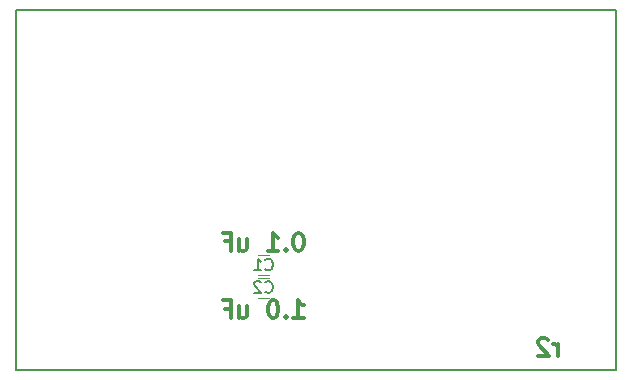
<source format=gbr>
%TF.GenerationSoftware,KiCad,Pcbnew,4.0.7*%
%TF.CreationDate,2018-06-19T02:06:56-05:00*%
%TF.ProjectId,rfm75boosterpack,72666D3735626F6F737465727061636B,rev?*%
%TF.FileFunction,Legend,Bot*%
%FSLAX46Y46*%
G04 Gerber Fmt 4.6, Leading zero omitted, Abs format (unit mm)*
G04 Created by KiCad (PCBNEW 4.0.7) date 06/19/18 02:06:56*
%MOMM*%
%LPD*%
G01*
G04 APERTURE LIST*
%ADD10C,0.150000*%
%ADD11C,0.300000*%
%ADD12C,0.120000*%
G04 APERTURE END LIST*
D10*
D11*
X135250714Y-107358571D02*
X136107857Y-107358571D01*
X135679285Y-107358571D02*
X135679285Y-105858571D01*
X135822142Y-106072857D01*
X135965000Y-106215714D01*
X136107857Y-106287143D01*
X134607857Y-107215714D02*
X134536429Y-107287143D01*
X134607857Y-107358571D01*
X134679286Y-107287143D01*
X134607857Y-107215714D01*
X134607857Y-107358571D01*
X133607857Y-105858571D02*
X133465000Y-105858571D01*
X133322143Y-105930000D01*
X133250714Y-106001429D01*
X133179285Y-106144286D01*
X133107857Y-106430000D01*
X133107857Y-106787143D01*
X133179285Y-107072857D01*
X133250714Y-107215714D01*
X133322143Y-107287143D01*
X133465000Y-107358571D01*
X133607857Y-107358571D01*
X133750714Y-107287143D01*
X133822143Y-107215714D01*
X133893571Y-107072857D01*
X133965000Y-106787143D01*
X133965000Y-106430000D01*
X133893571Y-106144286D01*
X133822143Y-106001429D01*
X133750714Y-105930000D01*
X133607857Y-105858571D01*
X130679286Y-106358571D02*
X130679286Y-107358571D01*
X131322143Y-106358571D02*
X131322143Y-107144286D01*
X131250715Y-107287143D01*
X131107857Y-107358571D01*
X130893572Y-107358571D01*
X130750715Y-107287143D01*
X130679286Y-107215714D01*
X129465000Y-106572857D02*
X129965000Y-106572857D01*
X129965000Y-107358571D02*
X129965000Y-105858571D01*
X129250714Y-105858571D01*
X135750714Y-100143571D02*
X135607857Y-100143571D01*
X135465000Y-100215000D01*
X135393571Y-100286429D01*
X135322142Y-100429286D01*
X135250714Y-100715000D01*
X135250714Y-101072143D01*
X135322142Y-101357857D01*
X135393571Y-101500714D01*
X135465000Y-101572143D01*
X135607857Y-101643571D01*
X135750714Y-101643571D01*
X135893571Y-101572143D01*
X135965000Y-101500714D01*
X136036428Y-101357857D01*
X136107857Y-101072143D01*
X136107857Y-100715000D01*
X136036428Y-100429286D01*
X135965000Y-100286429D01*
X135893571Y-100215000D01*
X135750714Y-100143571D01*
X134607857Y-101500714D02*
X134536429Y-101572143D01*
X134607857Y-101643571D01*
X134679286Y-101572143D01*
X134607857Y-101500714D01*
X134607857Y-101643571D01*
X133107857Y-101643571D02*
X133965000Y-101643571D01*
X133536428Y-101643571D02*
X133536428Y-100143571D01*
X133679285Y-100357857D01*
X133822143Y-100500714D01*
X133965000Y-100572143D01*
X130679286Y-100643571D02*
X130679286Y-101643571D01*
X131322143Y-100643571D02*
X131322143Y-101429286D01*
X131250715Y-101572143D01*
X131107857Y-101643571D01*
X130893572Y-101643571D01*
X130750715Y-101572143D01*
X130679286Y-101500714D01*
X129465000Y-100857857D02*
X129965000Y-100857857D01*
X129965000Y-101643571D02*
X129965000Y-100143571D01*
X129250714Y-100143571D01*
X157666428Y-110533571D02*
X157666428Y-109533571D01*
X157666428Y-109819286D02*
X157595000Y-109676429D01*
X157523571Y-109605000D01*
X157380714Y-109533571D01*
X157237857Y-109533571D01*
X156809286Y-109176429D02*
X156737857Y-109105000D01*
X156595000Y-109033571D01*
X156237857Y-109033571D01*
X156095000Y-109105000D01*
X156023571Y-109176429D01*
X155952143Y-109319286D01*
X155952143Y-109462143D01*
X156023571Y-109676429D01*
X156880714Y-110533571D01*
X155952143Y-110533571D01*
D10*
X111760000Y-111760000D02*
X111760000Y-81280000D01*
X162560000Y-111760000D02*
X111760000Y-111760000D01*
X162560000Y-81280000D02*
X162560000Y-111760000D01*
X111760000Y-81280000D02*
X162560000Y-81280000D01*
D12*
X133215000Y-103720000D02*
X132215000Y-103720000D01*
X132215000Y-102020000D02*
X133215000Y-102020000D01*
X133215000Y-105625000D02*
X132215000Y-105625000D01*
X132215000Y-103925000D02*
X133215000Y-103925000D01*
D10*
X132881666Y-103227143D02*
X132929285Y-103274762D01*
X133072142Y-103322381D01*
X133167380Y-103322381D01*
X133310238Y-103274762D01*
X133405476Y-103179524D01*
X133453095Y-103084286D01*
X133500714Y-102893810D01*
X133500714Y-102750952D01*
X133453095Y-102560476D01*
X133405476Y-102465238D01*
X133310238Y-102370000D01*
X133167380Y-102322381D01*
X133072142Y-102322381D01*
X132929285Y-102370000D01*
X132881666Y-102417619D01*
X131929285Y-103322381D02*
X132500714Y-103322381D01*
X132215000Y-103322381D02*
X132215000Y-102322381D01*
X132310238Y-102465238D01*
X132405476Y-102560476D01*
X132500714Y-102608095D01*
X132881666Y-105132143D02*
X132929285Y-105179762D01*
X133072142Y-105227381D01*
X133167380Y-105227381D01*
X133310238Y-105179762D01*
X133405476Y-105084524D01*
X133453095Y-104989286D01*
X133500714Y-104798810D01*
X133500714Y-104655952D01*
X133453095Y-104465476D01*
X133405476Y-104370238D01*
X133310238Y-104275000D01*
X133167380Y-104227381D01*
X133072142Y-104227381D01*
X132929285Y-104275000D01*
X132881666Y-104322619D01*
X132500714Y-104322619D02*
X132453095Y-104275000D01*
X132357857Y-104227381D01*
X132119761Y-104227381D01*
X132024523Y-104275000D01*
X131976904Y-104322619D01*
X131929285Y-104417857D01*
X131929285Y-104513095D01*
X131976904Y-104655952D01*
X132548333Y-105227381D01*
X131929285Y-105227381D01*
M02*

</source>
